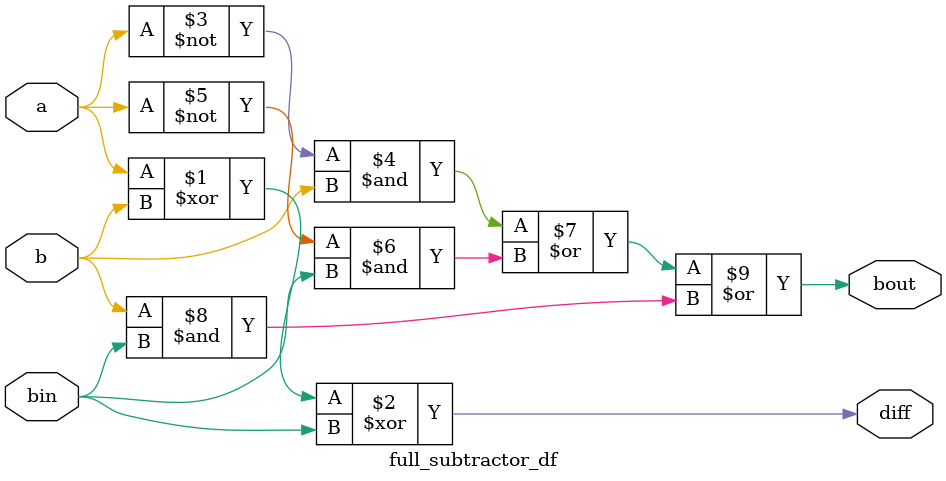
<source format=v>
module full_subtractor_df (
    input  a, b, bin,
    output diff, bout
);
    assign diff = a ^ b ^ bin;
    assign bout = (~a & b) | (~a & bin) | (b & bin);
endmodule

</source>
